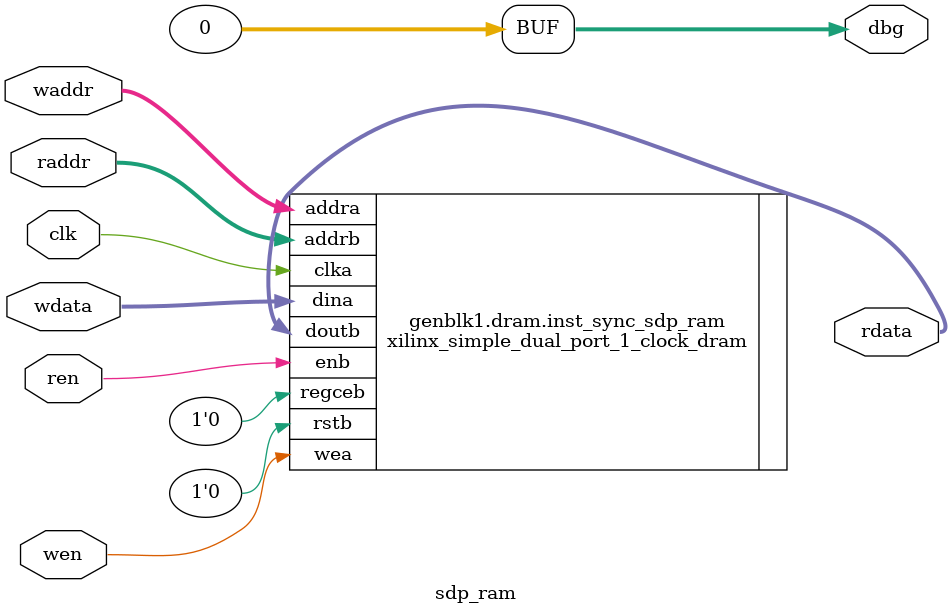
<source format=v>
module reg_que_fifo #(
    parameter RAM_STYLE  = "distributed",              
	parameter MQNUM      = 8,                          
	parameter DWID       = 18, 
	parameter AWID       = 10, 
	parameter AFULL_TH   = 4, 
	parameter AEMPTY_TH  = 4, 
	parameter DBG_WID    = 32 
) (
  input 		    				clk			,              
  input 		    				rst			,              
  input  [1*MQNUM-1:0]				wen			,              
  input  [DWID-1:0]   	    		wdata		,              
  output [1*MQNUM-1:0]          	nfull		,              
  output [1*MQNUM-1:0]          	nafull		,              
  output [1*MQNUM-1:0]          	woverflow	,              
  output [(AWID+1)*MQNUM-1:0]		cnt_free	,              
  input  [1*MQNUM-1:0]				ren			,              
  output [DWID-1:0]   	    		rdata		,              
  output [1*MQNUM-1:0]          	nempty		,              
  output [1*MQNUM-1:0]          	naempty		,              
  output [1*MQNUM-1:0]          	roverflow	,              
  output [(AWID+1)*MQNUM-1:0]		cnt_used	,              
  output reg [DBG_WID*MQNUM-1:0]    dbg                            
);
localparam MQBIT = logb(MQNUM);
reg  [AWID+MQBIT-1:0] mq_waddr    ;
reg  [AWID+MQBIT-1:0] mq_raddr    ;
wire [ 1-1:0]         mq_wen      ;
wire [ 1-1:0]         mq_ren      ;
wire [AWID*MQNUM-1:0] sq_waddr    ;
wire [AWID*MQNUM-1:0] sq_raddr    ;
genvar i;
integer j;
sdp_ram #(
        .RAM_STYLE   ( RAM_STYLE   ),
	.DWID        ( DWID        ), 
	.AWID        ( AWID+MQBIT  ), 
	.DBG_WID     ( DBG_WID     ) 
) inst_sdp_ram (
    .clk     (  clk         ),         
    .waddr   (  mq_waddr    ),         
    .wen     (  mq_wen      ),         
    .wdata   (  wdata       ),         
    .raddr   (  mq_raddr    ),         
    .ren     (  mq_ren      ),         
    .rdata   (  rdata       ),         
    .dbg     (              )          
);
generate
if(MQBIT!=0) begin
	always @ ( * ) begin
		mq_waddr[AWID+MQBIT-1:AWID] = 0;
		mq_waddr[AWID-1      :0   ] = sq_waddr[0*AWID+:AWID];
		for( j=0; j<MQNUM; j=j+1 )begin
			if( wen[j]==1'b1 ) begin
				mq_waddr[AWID+MQBIT-1:AWID] = j;
				mq_waddr[AWID-1      :0   ] = sq_waddr[j*AWID+:AWID];
			end
		end
	end
	always @ ( * ) begin
		mq_raddr[AWID+MQBIT-1:AWID] = 0;
		mq_raddr[AWID-1      :0   ] = sq_raddr[0*AWID+:AWID];
		for( j=0; j<MQNUM; j=j+1 )begin
			if( ren[j]==1'b1 ) begin
				mq_raddr[AWID+MQBIT-1:AWID] = j;
				mq_raddr[AWID-1      :0   ] = sq_raddr[j*AWID+:AWID];
			end
		end
	end
end
else begin
	always @ ( * ) begin
		mq_waddr[AWID-1      :0   ] = sq_waddr[0*AWID+:AWID];
		for( j=0; j<MQNUM; j=j+1 )begin
			if( wen[j]==1'b1 ) begin
				mq_waddr[AWID-1      :0   ] = sq_waddr[j*AWID+:AWID];
			end
		end
	end
	always @ ( * ) begin
		mq_raddr[AWID-1      :0   ] = sq_raddr[0*AWID+:AWID];
		for( j=0; j<MQNUM; j=j+1 )begin
			if( ren[j]==1'b1 ) begin
				mq_raddr[AWID-1      :0   ] = sq_raddr[j*AWID+:AWID];
			end
		end
	end
end
endgenerate
assign mq_wen = |wen[MQNUM-1:0];
assign mq_ren = |ren[MQNUM-1:0];
generate 
for( i=0; i<MQNUM; i=i+1 ) begin
fifo_addr_logic #(
	.AWID (AWID)
	)
inst_waddr(
	.clk         ( clk                    ),
	.rst         ( rst                    ),
	.enb         ( nfull[i]               ),
	.inc         ( wen[i]                 ),
	.addr        ( sq_waddr[i*AWID+:AWID] )
	);
fifo_addr_logic #(
	.AWID (AWID)
	)
inst_raddr(
	.clk         ( clk                    ),
	.rst         ( rst                    ),
	.enb         ( nempty[i]              ),
	.inc         ( ren[i]                 ),
	.addr        ( sq_raddr[i*AWID+:AWID] )
	);
fifo_full_logic #(
	.AWID        ( AWID       ),
	.AFULL_TH    ( AFULL_TH   )
	)
inst_full_logic(
	.wclk        ( clk                             ),
	.wrst        ( rst                             ),
	.wen         ( wen[i]                          ),
	.waddr       ( sq_waddr[i*AWID+:AWID]          ),
	.raddr       ( sq_raddr[i*AWID+:AWID]          ),
	.nfull       ( nfull[i]                        ),
	.nafull      ( nafull[i]                       ),
	.woverflow   ( woverflow[i]                    ),
	.cnt_free    ( cnt_free[(AWID+1)*i +:(AWID+1)] )
	);
fifo_empty_logic #(
	.AWID        ( AWID       ),
	.AEMPTY_TH   ( AEMPTY_TH  )
	)
inst_empty_logic(
	.rclk       ( clk                              ),
	.rrst       ( rst                              ),
	.ren        ( ren[i]                           ),
	.raddr      ( sq_raddr[i*AWID+:AWID]           ),
	.waddr      ( sq_waddr[i*AWID+:AWID]           ),
	.nempty     ( nempty[i]                        ),
	.naempty    ( naempty[i]                       ),
	.roverflow  ( roverflow[i]                     ),
	.cnt_used   ( cnt_used[(AWID+1)*i +:(AWID+1)]  )
	);
always @ ( * ) begin
	dbg[ DBG_WID*i +:DBG_WID ] = { {(DBG_WID-4){1'b0}}, roverflow[i], woverflow[i], nempty[i], nafull[i] };
end
end
endgenerate
function integer logb;
  input integer depth;
  integer depth_reg;
	begin
        depth_reg = depth;
        for (logb=0; depth_reg>0; logb=logb+1)begin
          depth_reg = depth_reg >> 1;
        end
        if( 2**logb >= depth*2 )begin
          logb = logb - 1;
        end
	end 
endfunction
endmodule

module sdp_ram #(
    parameter RAM_STYLE  = "distributed",                  
	parameter DWID       = 18, 
	parameter AWID       = 10, 
        parameter INIT_FILE  = "",                        
	parameter DBG_WID    = 32 
) (
  input 					clk,                           
  input  [AWID-1:0]	        waddr,                         
  input 					wen,                           
  input  [DWID-1:0]   	    wdata,                         
  input  [AWID-1:0]         raddr,                         
  input                     ren,                           
  output [DWID-1:0]         rdata,                         
  output [DBG_WID-1:0]      dbg                            
);
generate
if( RAM_STYLE=="block" ) begin : bram
  xilinx_simple_dual_port_1_clock_bram #(
    .RAM_WIDTH(DWID),                  
    .RAM_DEPTH(2**AWID),            
    .RAM_PERFORMANCE("LOW_LATENCY"),      
    .INIT_FILE(INIT_FILE)                        
  ) inst_sync_sdp_ram (
    .addra(waddr),    
    .addrb(raddr),    
    .dina(wdata),     
    .clka(clk),       
    .wea(wen),        
    .enb(ren),        
    .rstb(1'b0),         
    .regceb(1'b0),       
    .doutb(rdata)     
  );
end
else if( RAM_STYLE=="distributed" ) begin : dram
  xilinx_simple_dual_port_1_clock_dram #(
    .RAM_WIDTH(DWID),                  
    .RAM_DEPTH(2**AWID),            
    .RAM_PERFORMANCE("LOW_LATENCY"),      
    .INIT_FILE(INIT_FILE)                        
  ) inst_sync_sdp_ram (
    .addra(waddr),    
    .addrb(raddr),    
    .dina(wdata),     
    .clka(clk),       
    .wea(wen),        
    .enb(ren),        
    .rstb(1'b0),         
    .regceb(1'b0),       
    .doutb(rdata)     
  );
end
else begin : auto
  xilinx_simple_dual_port_1_clock_ram #(
    .RAM_WIDTH(DWID),                  
    .RAM_DEPTH(2**AWID),            
    .RAM_PERFORMANCE("LOW_LATENCY"),      
    .INIT_FILE(INIT_FILE)                        
  ) inst_sync_sdp_ram (
    .addra(waddr),    
    .addrb(raddr),    
    .dina(wdata),     
    .clka(clk),       
    .wea(wen),        
    .enb(ren),        
    .rstb(1'b0),         
    .regceb(1'b0),       
    .doutb(rdata)     
  );
end
endgenerate
assign dbg = {DBG_WID{1'h0}};
endmodule

</source>
